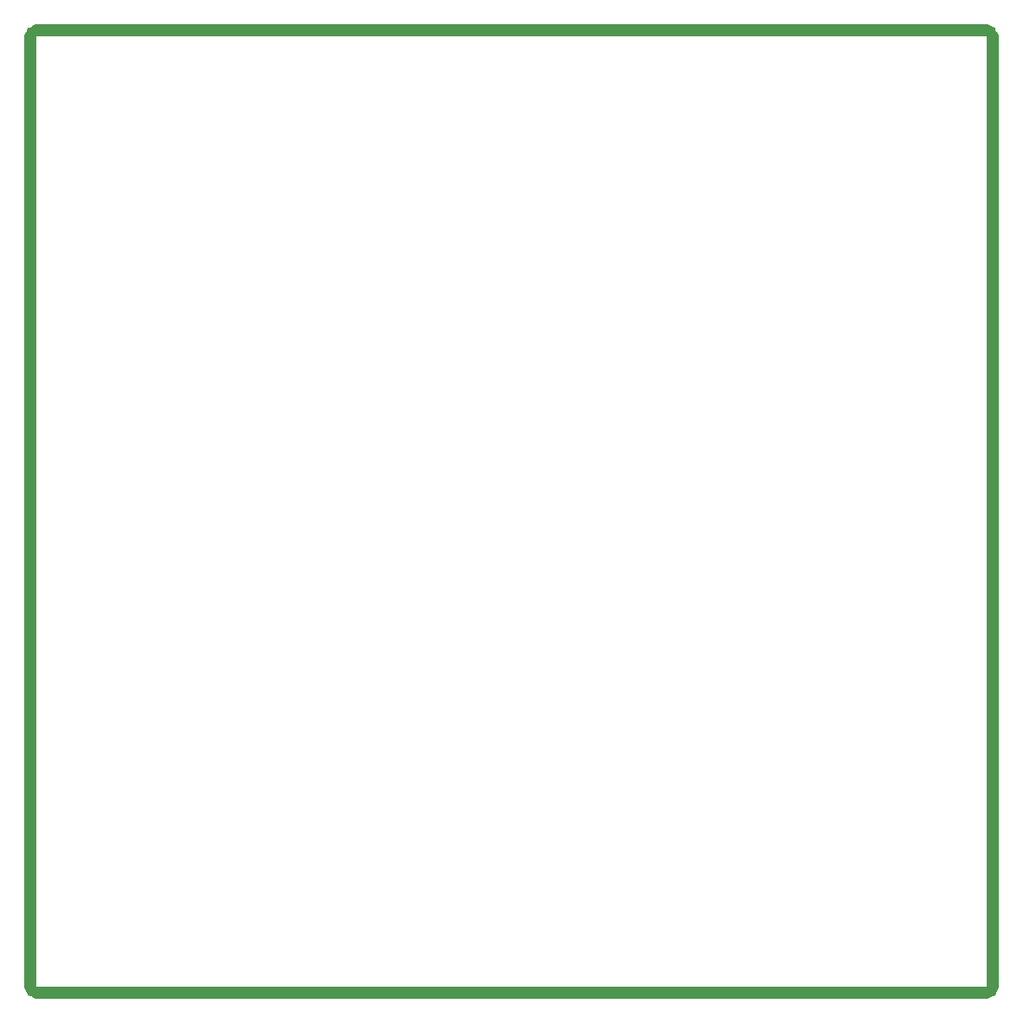
<source format=gm1>
G04 Layer_Color=16711935*
%FSLAX25Y25*%
%MOIN*%
G70*
G01*
G75*
%ADD55C,0.04724*%
D55*
X368504Y366142D02*
G03*
X366142Y368504I-2362J0D01*
G01*
X368504Y366142D02*
G03*
X366142Y368504I-2362J0D01*
G01*
Y-2362D02*
G03*
X368504Y0I0J2362D01*
G01*
X366142Y-2362D02*
G03*
X368504Y0I0J2362D01*
G01*
X0Y368504D02*
G03*
X-2362Y366142I0J-2362D01*
G01*
X0Y368504D02*
G03*
X-2362Y366142I0J-2362D01*
G01*
Y0D02*
G03*
X0Y-2362I2362J0D01*
G01*
X-2362Y0D02*
G03*
X0Y-2362I2362J0D01*
G01*
X368504Y0D02*
Y366142D01*
X0Y368504D02*
X366142D01*
X0Y-2362D02*
X366142D01*
X-2362Y0D02*
Y366142D01*
M02*

</source>
